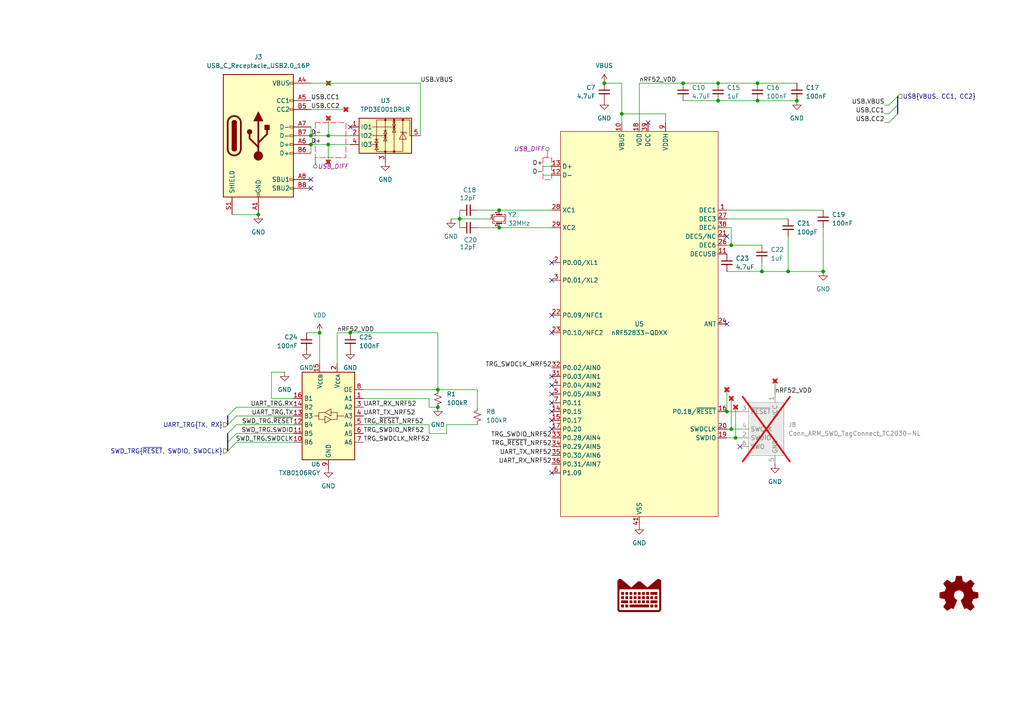
<source format=kicad_sch>
(kicad_sch (version 20250114) (generator "eeschema") (generator_version "9.0")
  (paper "A4")
  (title_block (title "RoyalBlue54L") (date "2025-01-25") (rev "0.0.1") (company "Lord's Boards"))
  (lib_symbols
    (symbol "Connector:Conn_ARM_SWD_TagConnect_TC2030-NL" (in_bom no)
      (property "Reference" "J" (at 2.54 11.43 0))
      (property "Value" "Conn_ARM_SWD_TagConnect_TC2030-NL" (at 2.54 8.89 0))
      (symbol "Conn_ARM_SWD_TagConnect_TC2030-NL_0_0"
        (pin power_in line (at -2.54 10.16 270) (length 2.54) (name "VCC") (number "1"))
        (pin power_in line (at -2.54 -10.16 90) (length 2.54) (name "GND") (number "5"))
        (pin open_collector line (at 7.62 5.08 180) (length 2.54) (name "~{RESET}") (number "3"))
        (pin output line (at 7.62 0 180) (length 2.54) (name "SWCLK") (number "4"))
        (pin bidirectional line (at 7.62 -2.54 180) (length 2.54) (name "SWDIO") (number "2"))
        (pin input line (at 7.62 -5.08 180) (length 2.54) (name "SWO") (number "6"))
      )
    )
    (symbol "Connector:TestPoint_Small" (pin_numbers (hide yes)) (pin_names (offset 0.762) (hide yes))
      (property "Reference" "TP" (at 0 3.81 0))
      (property "Value" "TestPoint_Small" (at 0 2.032 0))
      (symbol "TestPoint_Small_1_1"
        (pin passive line (at 0 0 90) (length 0) (name "1") (number "1"))
      )
    )
    (symbol "Connector:USB_C_Receptacle_USB2.0_16P" (pin_names (offset 1.016))
      (property "Reference" "J" (at 0 22.225 0))
      (property "Value" "USB_C_Receptacle_USB2.0_16P" (at 0 19.685 0))
      (symbol "USB_C_Receptacle_USB2.0_16P_1_1"
        (pin passive line (at -7.62 -22.86 90) (length 5.08) (name "SHIELD") (number "S1"))
        (pin passive line (at 0 -22.86 90) (length 5.08) (name "GND") (number "A1"))
        (pin passive line (at 0 -22.86 90) (length 5.08) (hide yes) (name "GND") (number "A12"))
        (pin passive line (at 0 -22.86 90) (length 5.08) (hide yes) (name "GND") (number "B1"))
        (pin passive line (at 0 -22.86 90) (length 5.08) (hide yes) (name "GND") (number "B12"))
        (pin passive line (at 15.24 15.24 180) (length 5.08) (name "VBUS") (number "A4"))
        (pin passive line (at 15.24 15.24 180) (length 5.08) (hide yes) (name "VBUS") (number "A9"))
        (pin passive line (at 15.24 15.24 180) (length 5.08) (hide yes) (name "VBUS") (number "B4"))
        (pin passive line (at 15.24 15.24 180) (length 5.08) (hide yes) (name "VBUS") (number "B9"))
        (pin bidirectional line (at 15.24 10.16 180) (length 5.08) (name "CC1") (number "A5"))
        (pin bidirectional line (at 15.24 7.62 180) (length 5.08) (name "CC2") (number "B5"))
        (pin bidirectional line (at 15.24 2.54 180) (length 5.08) (name "D-") (number "A7"))
        (pin bidirectional line (at 15.24 0 180) (length 5.08) (name "D-") (number "B7"))
        (pin bidirectional line (at 15.24 -2.54 180) (length 5.08) (name "D+") (number "A6"))
        (pin bidirectional line (at 15.24 -5.08 180) (length 5.08) (name "D+") (number "B6"))
        (pin bidirectional line (at 15.24 -12.7 180) (length 5.08) (name "SBU1") (number "A8"))
        (pin bidirectional line (at 15.24 -15.24 180) (length 5.08) (name "SBU2") (number "B8"))
      )
    )
    (symbol "Device:C_Small" (pin_numbers (hide yes)) (pin_names (offset 0.254) (hide yes))
      (property "Reference" "C" (at 0.254 1.778 0))
      (property "Value" "C_Small" (at 0.254 -2.032 0))
      (symbol "C_Small_1_1"
        (pin passive line (at 0 2.54 270) (length 2.032) (name "~") (number "1"))
        (pin passive line (at 0 -2.54 90) (length 2.032) (name "~") (number "2"))
      )
    )
    (symbol "Device:R_Small_US" (pin_numbers (hide yes)) (pin_names (offset 0.254) (hide yes))
      (property "Reference" "R" (at 0.762 0.508 0))
      (property "Value" "R_Small_US" (at 0.762 -1.016 0))
      (symbol "R_Small_US_1_1"
        (pin passive line (at 0 2.54 270) (length 1.016) (name "~") (number "1"))
        (pin passive line (at 0 -2.54 90) (length 1.016) (name "~") (number "2"))
      )
    )
    (symbol "Graphic:Logo_Open_Hardware_Small" (in_bom no) (on_board no))
    (symbol "Logic_LevelTranslator:TXB0106RGY"
      (property "Reference" "U" (at -6.35 13.97 0))
      (property "Value" "TXB0106RGY" (at 3.81 13.97 0))
      (symbol "TXB0106RGY_1_1"
        (pin input line (at -10.16 7.62 0) (length 2.54) (name "OE") (number "8"))
        (pin bidirectional line (at -10.16 5.08 0) (length 2.54) (name "A1") (number "1"))
        (pin bidirectional line (at -10.16 2.54 0) (length 2.54) (name "A2") (number "3"))
        (pin bidirectional line (at -10.16 0 0) (length 2.54) (name "A3") (number "4"))
        (pin bidirectional line (at -10.16 -2.54 0) (length 2.54) (name "A4") (number "5"))
        (pin bidirectional line (at -10.16 -5.08 0) (length 2.54) (name "A5") (number "6"))
        (pin bidirectional line (at -10.16 -7.62 0) (length 2.54) (name "A6") (number "7"))
        (pin power_in line (at -2.54 15.24 270) (length 2.54) (name "V_{CCA}") (number "2"))
        (pin passive line (at 0 -15.24 90) (length 2.54) (hide yes) (name "GND") (number "17"))
        (pin power_in line (at 0 -15.24 90) (length 2.54) (name "GND") (number "9"))
        (pin power_in line (at 2.54 15.24 270) (length 2.54) (name "V_{CCB}") (number "15"))
        (pin bidirectional line (at 10.16 5.08 180) (length 2.54) (name "B1") (number "16"))
        (pin bidirectional line (at 10.16 2.54 180) (length 2.54) (name "B2") (number "14"))
        (pin bidirectional line (at 10.16 0 180) (length 2.54) (name "B3") (number "13"))
        (pin bidirectional line (at 10.16 -2.54 180) (length 2.54) (name "B4") (number "12"))
        (pin bidirectional line (at 10.16 -5.08 180) (length 2.54) (name "B5") (number "11"))
        (pin bidirectional line (at 10.16 -7.62 180) (length 2.54) (name "B6") (number "10"))
      )
    )
    (symbol "LordsBoards-Graphic:LordsBoardsLogo" (in_bom no) (on_board no))
    (symbol "Power_Protection:TPD3E001DRLR"
      (property "Reference" "U" (at -5.08 6.35 0))
      (property "Value" "TPD3E001DRLR" (at 8.89 -7.62 0))
      (symbol "TPD3E001DRLR_1_1"
        (pin passive line (at -10.16 0 0) (length 2.54) (name "~") (number "5"))
        (pin passive line (at 0 -7.62 90) (length 2.54) (name "~") (number "3"))
        (pin passive line (at 10.16 2.54 180) (length 2.54) (name "IO1") (number "1"))
        (pin passive line (at 10.16 0 180) (length 2.54) (name "IO2") (number "2"))
        (pin passive line (at 10.16 -2.54 180) (length 2.54) (name "IO3") (number "4"))
      )
    )
    (symbol "hlord2000-Device:Crystal_GND24_Small_EZRoute" (pin_names (offset 1.016) (hide yes))
      (property "Reference" "Y" (at 1.27 4.445 0))
      (property "Value" "Crystal_GND24_Small_EZRoute" (at 1.27 2.54 0))
      (symbol "Crystal_GND24_Small_EZRoute_1_1"
        (pin passive line (at -2.54 0 0) (length 1.27) (name "1") (number "1"))
        (pin passive line (at 0 -2.54 90) (length 0.635) (name "2") (number "2"))
        (pin passive line (at 0 -2.54 90) (length 0.635) (hide yes) (name "4") (number "4"))
        (pin passive line (at 2.54 0 180) (length 1.27) (name "3") (number "3"))
      )
    )
    (symbol "nordic-lib-kicad-nrf52:nRF52833-QDXX"
      (property "Reference" "U" (at 0 0 0))
      (property "Value" "nRF52833-QDXX" (at 0 -2.54 0))
      (symbol "nRF52833-QDXX_0_0"
        (pin unspecified line (at -25.4 45.72 0) (length 2.54) (name "D+") (number "13"))
        (pin unspecified line (at -25.4 43.18 0) (length 2.54) (name "D-") (number "12"))
        (pin unspecified line (at -25.4 33.02 0) (length 2.54) (name "XC1") (number "28"))
        (pin unspecified line (at -25.4 27.94 0) (length 2.54) (name "XC2") (number "29"))
        (pin unspecified line (at -25.4 17.78 0) (length 2.54) (name "P0.00/XL1") (number "2"))
        (pin unspecified line (at -25.4 12.7 0) (length 2.54) (name "P0.01/XL2") (number "3"))
        (pin unspecified line (at -25.4 2.54 0) (length 2.54) (name "P0.09/NFC1") (number "22"))
        (pin unspecified line (at -25.4 -2.54 0) (length 2.54) (name "P0.10/NFC2") (number "23"))
        (pin unspecified line (at -25.4 -12.7 0) (length 2.54) (name "P0.02/AIN0") (number "32"))
        (pin unspecified line (at -25.4 -15.24 0) (length 2.54) (name "P0.03/AIN1") (number "31"))
        (pin unspecified line (at -25.4 -17.78 0) (length 2.54) (name "P0.04/AIN2") (number "4"))
        (pin unspecified line (at -25.4 -20.32 0) (length 2.54) (name "P0.05/AIN3") (number "5"))
        (pin unspecified line (at -25.4 -22.86 0) (length 2.54) (name "P0.11") (number "7"))
        (pin unspecified line (at -25.4 -25.4 0) (length 2.54) (name "P0.15") (number "14"))
        (pin unspecified line (at -25.4 -27.94 0) (length 2.54) (name "P0.17") (number "15"))
        (pin unspecified line (at -25.4 -30.48 0) (length 2.54) (name "P0.20") (number "17"))
        (pin unspecified line (at -25.4 -33.02 0) (length 2.54) (name "P0.28/AIN4") (number "33"))
        (pin unspecified line (at -25.4 -35.56 0) (length 2.54) (name "P0.29/AIN5") (number "34"))
        (pin unspecified line (at -25.4 -38.1 0) (length 2.54) (name "P0.30/AIN6") (number "35"))
        (pin unspecified line (at -25.4 -40.64 0) (length 2.54) (name "P0.31/AIN7") (number "36"))
        (pin unspecified line (at -25.4 -43.18 0) (length 2.54) (name "P1.09") (number "6"))
        (pin unspecified line (at -5.08 58.42 270) (length 2.54) (name "VBUS") (number "10"))
        (pin unspecified line (at 0 58.42 270) (length 2.54) (name "VDD") (number "18"))
        (pin unspecified line (at 2.54 58.42 270) (length 2.54) (name "DCC") (number "39"))
        (pin unspecified line (at 7.62 58.42 270) (length 2.54) (name "VDDH") (number "9"))
        (pin unspecified line (at 25.4 20.32 180) (length 2.54) (name "DECUSB") (number "11"))
        (pin unspecified line (at 25.4 0 180) (length 2.54) (name "ANT") (number "24"))
        (pin unspecified line (at 25.4 -30.48 180) (length 2.54) (name "SWDCLK") (number "20"))
        (pin unspecified line (at 25.4 -33.02 180) (length 2.54) (name "SWDIO") (number "19"))
      )
      (symbol "nRF52833-QDXX_1_0"
        (pin unspecified line (at 0 58.42 270) (length 2.54) (hide yes) (name "VDD") (number "30"))
        (pin unspecified line (at 0 58.42 270) (length 2.54) (hide yes) (name "VDD") (number "40"))
        (pin unspecified line (at 0 58.42 270) (length 2.54) (hide yes) (name "VDD") (number "8"))
        (pin unspecified line (at 0 -58.42 90) (length 2.54) (hide yes) (name "VSS_PA") (number "25"))
        (pin unspecified line (at 0 -58.42 90) (length 2.54) (hide yes) (name "VSS") (number "37"))
        (pin passive line (at 0 -58.42 90) (length 2.54) (name "VSS") (number "41"))
        (pin unspecified line (at 25.4 33.02 180) (length 2.54) (name "DEC1") (number "1"))
        (pin unspecified line (at 25.4 30.48 180) (length 2.54) (name "DEC3") (number "27"))
        (pin unspecified line (at 25.4 27.94 180) (length 2.54) (name "DEC4") (number "38"))
        (pin unspecified line (at 25.4 25.4 180) (length 2.54) (name "DEC5/NC") (number "21"))
        (pin unspecified line (at 25.4 22.86 180) (length 2.54) (name "DEC6") (number "26"))
        (pin unspecified line (at 25.4 -25.4 180) (length 2.54) (name "P0.18/~{RESET}") (number "16"))
      )
    )
    (symbol "power:GND" (power) (pin_numbers (hide yes)) (pin_names (offset 0) (hide yes))
      (property "Value" "GND" (at 0 -3.81 0))
      (symbol "GND_1_1"
        (pin power_in line (at 0 0 270) (length 0) (name "~") (number "1"))
      )
    )
    (symbol "power:VBUS" (power) (pin_numbers (hide yes)) (pin_names (offset 0) (hide yes))
      (property "Value" "VBUS" (at 0 3.556 0))
      (symbol "VBUS_1_1"
        (pin power_in line (at 0 0 90) (length 0) (name "~") (number "1"))
      )
    )
    (symbol "power:VDD" (power) (pin_numbers (hide yes)) (pin_names (offset 0) (hide yes))
      (property "Value" "VDD" (at 0 3.556 0))
      (symbol "VDD_1_1"
        (pin power_in line (at 0 0 90) (length 0) (name "~") (number "1"))
      )
    )
  )
  (junction (at 208.28 24.13))
  (junction (at 212.09 124.46))
  (junction (at 228.6 78.74))
  (junction (at 144.78 60.96))
  (junction (at 231.14 29.21))
  (junction (at 95.25 39.37))
  (junction (at 127 113.03))
  (junction (at 219.71 29.21))
  (junction (at 127 118.11))
  (junction (at 220.98 78.74))
  (junction (at 133.35 63.5))
  (junction (at 92.71 96.52))
  (junction (at 219.71 24.13))
  (junction (at 95.201 41.91))
  (junction (at 175.26 24.13))
  (junction (at 198.12 24.13))
  (junction (at 144.78 66.04))
  (junction (at 180.34 33.02))
  (junction (at 212.09 71.12))
  (junction (at 238.76 78.74))
  (junction (at 213.36 127))
  (junction (at 101.6 96.52))
  (junction (at 74.93 62.23))
  (junction (at 95.25 24.13))
  (junction (at 210.82 119.38))
  (junction (at 208.28 29.21))
  (junction (at 90.17 41.91))
  (junction (at 90.17 39.37))
  (no_connect (at 187.96 35.56))
  (no_connect (at 160.02 121.92))
  (no_connect (at 160.02 114.3))
  (no_connect (at 160.02 91.44))
  (no_connect (at 160.02 81.28))
  (no_connect (at 90.17 54.61))
  (no_connect (at 160.02 119.38))
  (no_connect (at 160.02 137.16))
  (no_connect (at 160.02 76.2))
  (no_connect (at 160.02 111.76))
  (no_connect (at 160.02 109.22))
  (no_connect (at 90.17 52.07))
  (no_connect (at 101.6 36.83))
  (no_connect (at 160.02 116.84))
  (no_connect (at 160.02 124.46))
  (no_connect (at 210.82 93.98))
  (no_connect (at 210.82 68.58))
  (no_connect (at 160.02 96.52))
  (no_connect (at 214.63 129.54))
  (bus_entry (at 66.04 120.65) (size 2.54 -2.54))
  (bus_entry (at 257.81 30.48) (size 2.54 -2.54))
  (bus_entry (at 66.04 125.73) (size 2.54 -2.54))
  (bus_entry (at 66.04 123.19) (size 2.54 -2.54))
  (bus_entry (at 66.04 128.27) (size 2.54 -2.54))
  (bus_entry (at 66.04 130.81) (size 2.54 -2.54))
  (bus_entry (at 257.81 33.02) (size 2.54 -2.54))
  (bus_entry (at 257.81 35.56) (size 2.54 -2.54))
  (wire (pts (xy 68.58 118.11) (xy 85.09 118.11)))
  (wire (pts (xy 208.28 24.13) (xy 219.71 24.13)))
  (wire (pts (xy 213.36 118.11) (xy 213.36 127)))
  (wire (pts (xy 68.58 123.19) (xy 85.09 123.19)))
  (wire (pts (xy 198.12 24.13) (xy 208.28 24.13)))
  (wire (pts (xy 257.81 33.02) (xy 256.54 33.02)))
  (wire (pts (xy 95.201 46.99) (xy 95.201 41.91)))
  (wire (pts (xy 95.201 41.91) (xy 101.6 41.91)))
  (wire (pts (xy 97.79 96.52) (xy 97.79 105.41)))
  (wire (pts (xy 210.82 63.5) (xy 228.6 63.5)))
  (bus (pts (xy 66.04 125.73) (xy 66.04 128.27)))
  (wire (pts (xy 138.43 66.04) (xy 144.78 66.04)))
  (wire (pts (xy 138.43 118.11) (xy 138.43 113.03)))
  (bus (pts (xy 66.04 120.65) (xy 66.04 123.19)))
  (wire (pts (xy 219.71 24.13) (xy 231.14 24.13)))
  (wire (pts (xy 138.43 60.96) (xy 144.78 60.96)))
  (wire (pts (xy 129.54 125.73) (xy 124.46 125.73)))
  (wire (pts (xy 124.46 115.57) (xy 124.46 118.11)))
  (wire (pts (xy 68.58 125.73) (xy 85.09 125.73)))
  (wire (pts (xy 133.35 60.96) (xy 133.35 63.5)))
  (wire (pts (xy 92.71 96.52) (xy 92.71 105.41)))
  (wire (pts (xy 214.63 127) (xy 213.36 127)))
  (bus (pts (xy 66.04 128.27) (xy 66.04 130.81)))
  (wire (pts (xy 157.48 50.8) (xy 160.02 50.8)))
  (bus (pts (xy 260.35 27.94) (xy 260.35 30.48)))
  (wire (pts (xy 212.09 71.12) (xy 220.98 71.12)))
  (wire (pts (xy 133.35 63.5) (xy 133.35 66.04)))
  (bus (pts (xy 260.35 30.48) (xy 260.35 33.02)))
  (wire (pts (xy 127 96.52) (xy 127 113.03)))
  (wire (pts (xy 185.42 24.13) (xy 185.42 35.56)))
  (wire (pts (xy 78.74 107.95) (xy 78.74 115.57)))
  (wire (pts (xy 121.92 24.13) (xy 95.25 24.13)))
  (wire (pts (xy 90.17 41.91) (xy 90.17 44.45)))
  (wire (pts (xy 90.17 31.75) (xy 100.33 31.75)))
  (wire (pts (xy 90.17 41.91) (xy 95.201 41.91)))
  (wire (pts (xy 90.17 39.37) (xy 95.25 39.37)))
  (wire (pts (xy 257.81 35.56) (xy 256.54 35.56)))
  (wire (pts (xy 124.46 118.11) (xy 127 118.11)))
  (wire (pts (xy 138.43 123.19) (xy 129.54 123.19)))
  (wire (pts (xy 157.48 48.26) (xy 160.02 48.26)))
  (wire (pts (xy 210.82 78.74) (xy 220.98 78.74)))
  (wire (pts (xy 101.6 96.52) (xy 127 96.52)))
  (wire (pts (xy 68.58 128.27) (xy 85.09 128.27)))
  (wire (pts (xy 208.28 29.21) (xy 219.71 29.21)))
  (wire (pts (xy 220.98 78.74) (xy 228.6 78.74)))
  (wire (pts (xy 95.25 24.13) (xy 90.17 24.13)))
  (wire (pts (xy 129.54 123.19) (xy 129.54 125.73)))
  (wire (pts (xy 105.41 113.03) (xy 127 113.03)))
  (wire (pts (xy 224.79 110.49) (xy 224.79 114.3)))
  (wire (pts (xy 238.76 66.04) (xy 238.76 78.74)))
  (wire (pts (xy 180.34 24.13) (xy 180.34 33.02)))
  (wire (pts (xy 92.71 96.52) (xy 88.9 96.52)))
  (wire (pts (xy 257.81 30.48) (xy 256.54 30.48)))
  (wire (pts (xy 124.46 125.73) (xy 124.46 123.19)))
  (wire (pts (xy 210.82 66.04) (xy 212.09 66.04)))
  (wire (pts (xy 212.09 66.04) (xy 212.09 71.12)))
  (wire (pts (xy 180.34 33.02) (xy 193.04 33.02)))
  (wire (pts (xy 210.82 113.03) (xy 210.82 119.38)))
  (wire (pts (xy 193.04 33.02) (xy 193.04 35.56)))
  (wire (pts (xy 68.58 120.65) (xy 85.09 120.65)))
  (wire (pts (xy 121.92 24.13) (xy 121.92 39.37)))
  (wire (pts (xy 105.41 115.57) (xy 124.46 115.57)))
  (wire (pts (xy 144.78 60.96) (xy 160.02 60.96)))
  (wire (pts (xy 219.71 29.21) (xy 231.14 29.21)))
  (wire (pts (xy 101.6 96.52) (xy 97.79 96.52)))
  (wire (pts (xy 175.26 24.13) (xy 180.34 24.13)))
  (wire (pts (xy 214.63 124.46) (xy 212.09 124.46)))
  (wire (pts (xy 212.09 124.46) (xy 210.82 124.46)))
  (wire (pts (xy 78.74 115.57) (xy 85.09 115.57)))
  (wire (pts (xy 95.25 39.37) (xy 101.6 39.37)))
  (wire (pts (xy 67.31 62.23) (xy 74.93 62.23)))
  (wire (pts (xy 210.82 60.96) (xy 238.76 60.96)))
  (wire (pts (xy 90.17 36.83) (xy 90.17 39.37)))
  (wire (pts (xy 185.42 24.13) (xy 198.12 24.13)))
  (wire (pts (xy 228.6 78.74) (xy 238.76 78.74)))
  (wire (pts (xy 213.36 127) (xy 210.82 127)))
  (wire (pts (xy 124.46 123.19) (xy 105.41 123.19)))
  (wire (pts (xy 210.82 71.12) (xy 212.09 71.12)))
  (wire (pts (xy 133.35 63.5) (xy 142.24 63.5)))
  (wire (pts (xy 180.34 33.02) (xy 180.34 35.56)))
  (wire (pts (xy 95.25 34.29) (xy 95.25 39.37)))
  (wire (pts (xy 138.43 113.03) (xy 127 113.03)))
  (wire (pts (xy 228.6 68.58) (xy 228.6 78.74)))
  (wire (pts (xy 212.09 115.57) (xy 212.09 124.46)))
  (wire (pts (xy 144.78 66.04) (xy 160.02 66.04)))
  (wire (pts (xy 82.55 107.95) (xy 78.74 107.95)))
  (wire (pts (xy 130.81 63.5) (xy 133.35 63.5)))
  (wire (pts (xy 214.63 119.38) (xy 210.82 119.38)))
  (wire (pts (xy 198.12 29.21) (xy 208.28 29.21)))
  (wire (pts (xy 220.98 76.2) (xy 220.98 78.74)))
  (label "SWD_TRG.SWDCLK" (at 85.09 128.27 180))
  (label "UART_TX_NRF52" (at 160.02 132.08 180))
  (label "D-" (at 157.48 50.8 180))
  (label "D+" (at 157.48 48.26 180))
  (label "USB.VBUS" (at 121.92 24.13 0))
  (label "nRF52_VDD" (at 97.79 96.52 0))
  (label "UART_TX_NRF52" (at 105.41 120.65 0))
  (label "USB.CC1" (at 90.17 29.21 0))
  (label "USB.CC2" (at 90.17 31.75 0))
  (label "D-" (at 90.17 39.37 0))
  (label "nRF52_VDD" (at 224.79 114.3 0))
  (label "SWD_TRG.~{RESET}" (at 85.09 123.19 180))
  (label "UART_RX_NRF52" (at 105.41 118.11 0))
  (label "TRG_SWDCLK_NRF52" (at 105.41 128.27 0))
  (label "USB.CC2" (at 256.54 35.56 180))
  (label "TRG_SWDCLK_NRF52" (at 160.02 106.68 180))
  (label "TRG_~{RESET}_NRF52" (at 160.02 129.54 180))
  (label "TRG_SWDIO_NRF52" (at 160.02 127 180))
  (label "UART_TRG.TX" (at 85.09 120.65 180))
  (label "nRF52_VDD" (at 185.42 24.13 0))
  (label "UART_TRG.RX" (at 85.09 118.11 180))
  (label "USB.CC1" (at 256.54 33.02 180))
  (label "SWD_TRG.SWDIO" (at 85.09 125.73 180))
  (label "USB.VBUS" (at 256.54 30.48 180))
  (label "UART_RX_NRF52" (at 160.02 134.62 180))
  (label "TRG_SWDIO_NRF52" (at 105.41 125.73 0))
  (label "TRG_~{RESET}_NRF52" (at 105.41 123.19 0))
  (label "D+" (at 90.17 41.91 0))
  (hierarchical_label "UART_TRG{TX, RX}" (shape input) (at 66.04 123.19 180))
  (hierarchical_label "USB{VBUS, CC1, CC2}" (shape input) (at 260.35 27.94 0))
  (hierarchical_label "SWD_TRG{~{RESET}, SWDIO, SWDCLK}" (shape input) (at 66.04 130.81 180))
  (rule_area (polyline (pts (xy 157.48 45.72) (xy 157.48 52.07) (xy 160.02 52.07) (xy 160.02 45.72)) (stroke (width 0) (type dash))))
  (rule_area (polyline (pts (xy 91.44 35.56) (xy 91.44 45.72) (xy 97.79 45.72) (xy 100.33 45.72) (xy 100.33 43.18) (xy 100.33 35.56)) (stroke (width 0) (type dash))))
  (netclass_flag "" (length 2.54) (shape round) (at 91.44 45.72 180) (property "Netclass" "USB_DIFF" (at 92.1385 48.26 0) (effects (font (italic yes)) (justify left))))
  (netclass_flag "" (length 2.54) (shape round) (at 158.75 45.72 0) (property "Netclass" "USB_DIFF" (at 158.0515 43.18 0) (effects (font (italic yes)) (justify right))))
  (symbol (lib_id "Device:C_Small") (at 88.9 99.06 0) (mirror y) (unit 1)
    (property "Reference" "C24" (at 86.36 97.7962 0) (effects (justify left)))
    (property "Value" "100nF" (at 86.36 100.3362 0) (effects (justify left)))
    (property "Footprint" "Capacitor_SMD:C_0402_1005Metric" (effects (hide yes)))
    (property "Description" "Unpolarized capacitor, small symbol" (effects (hide yes)))
    (property "LCSC" "C307331" (effects (hide yes)))
  )
  (symbol (lib_id "power:GND") (at 74.93 62.23 0) (unit 1)
    (property "Reference" "#PWR027" (effects (hide yes)))
    (property "Value" "GND" (at 74.93 67.31 0))
    (property "Description" "Power symbol creates a global label with name \"GND\" , ground" (effects (hide yes)))
  )
  (symbol (lib_id "Logic_LevelTranslator:TXB0106RGY") (at 95.25 120.65 0) (mirror y) (unit 1)
    (property "Reference" "U6" (at 92.964 134.62 0) (effects (justify left)))
    (property "Value" "TXB0106RGY" (at 92.964 137.16 0) (effects (justify left)))
    (property "Footprint" "Package_DFN_QFN:Texas_RGY_R-PVQFN-N16_EP2.05x2.55mm" (effects (hide yes)))
    (property "Datasheet" "http://www.ti.com/lit/ds/symlink/txb0106.pdf" (effects (hide yes)))
    (property "Description" "6-Bit Bidirectional Voltage-Level Translator, Auto Direction Sensing and ±15-kV ESD Protection, 1.2 - 3.6V APort, 1.65 - 5.5V BPort, VQFN-16" (effects (hide yes)))
    (property "LCSC" "C2652978" (effects (hide yes)))
  )
  (symbol (lib_id "Device:C_Small") (at 238.76 63.5 0) (unit 1)
    (property "Reference" "C19" (at 241.3 62.2362 0) (effects (justify left)))
    (property "Value" "100nF" (at 241.3 64.7762 0) (effects (justify left)))
    (property "Footprint" "Capacitor_SMD:C_0402_1005Metric" (effects (hide yes)))
    (property "Description" "Unpolarized capacitor, small symbol" (effects (hide yes)))
    (property "LCSC" "C307331" (effects (hide yes)))
  )
  (symbol (lib_id "Graphic:Logo_Open_Hardware_Small") (at 278.13 172.72 0) (unit 1) (in_bom no) (on_board no)
    (property "Reference" "#SYM6" (effects (hide yes)))
    (property "Value" "Logo_Open_Hardware_Small" (effects (hide yes)))
  )
  (symbol (lib_id "Device:C_Small") (at 208.28 26.67 0) (unit 1)
    (property "Reference" "C15" (at 210.82 25.4062 0) (effects (justify left)))
    (property "Value" "1uF" (at 210.82 27.9462 0) (effects (justify left)))
    (property "Footprint" "Capacitor_SMD:C_0402_1005Metric" (effects (hide yes)))
    (property "Description" "Unpolarized capacitor, small symbol" (effects (hide yes)))
    (property "LCSC" "C52923" (effects (hide yes)))
  )
  (symbol (lib_id "power:GND") (at 111.76 46.99 0) (unit 1)
    (property "Reference" "#PWR025" (effects (hide yes)))
    (property "Value" "GND" (at 111.76 52.07 0))
    (property "Description" "Power symbol creates a global label with name \"GND\" , ground" (effects (hide yes)))
  )
  (symbol (lib_id "Connector:TestPoint_Small") (at 224.79 110.49 180) (unit 1) (dnp yes)
    (property "Reference" "TP9" (effects (hide yes)))
    (property "Value" "TestPoint" (effects (hide yes)))
    (property "Footprint" "TestPoint:TestPoint_Pad_D1.5mm" (effects (hide yes)))
    (property "Description" "test point" (effects (hide yes)))
  )
  (symbol (lib_id "Connector:TestPoint_Small") (at 100.33 31.75 180) (unit 1) (dnp yes)
    (property "Reference" "TP6" (effects (hide yes)))
    (property "Value" "TestPoint" (effects (hide yes)))
    (property "Footprint" "TestPoint:TestPoint_Pad_D1.5mm" (effects (hide yes)))
    (property "Description" "test point" (effects (hide yes)))
  )
  (symbol (lib_id "power:GND") (at 95.25 135.89 0) (mirror y) (unit 1)
    (property "Reference" "#PWR03" (effects (hide yes)))
    (property "Value" "GND" (at 95.25 140.97 0))
    (property "Description" "Power symbol creates a global label with name \"GND\" , ground" (effects (hide yes)))
  )
  (symbol (lib_id "nordic-lib-kicad-nrf52:nRF52833-QDXX") (at 185.42 93.98 0) (unit 1)
    (property "Reference" "U5" (at 185.42 93.98 0))
    (property "Value" "nRF52833-QDXX" (at 185.42 96.52 0))
    (property "Footprint" "Package_DFN_QFN:QFN-40-1EP_5x5mm_P0.4mm_EP3.6x3.6mm_ThermalVias" (effects (hide yes)))
    (property "LCSC" "C2895249" (effects (hide yes)))
  )
  (symbol (lib_id "Connector:TestPoint_Small") (at 95.25 24.13 180) (unit 1) (dnp yes)
    (property "Reference" "TP5" (effects (hide yes)))
    (property "Value" "TestPoint" (effects (hide yes)))
    (property "Footprint" "TestPoint:TestPoint_Pad_D1.5mm" (effects (hide yes)))
    (property "Description" "test point" (effects (hide yes)))
  )
  (symbol (lib_id "power:GND") (at 175.26 29.21 0) (unit 1)
    (property "Reference" "#PWR023" (effects (hide yes)))
    (property "Value" "GND" (at 175.26 34.29 0))
    (property "Description" "Power symbol creates a global label with name \"GND\" , ground" (effects (hide yes)))
  )
  (symbol (lib_id "Device:R_Small_US") (at 127 115.57 0) (mirror y) (unit 1)
    (property "Reference" "R1" (at 129.54 114.2999 0) (effects (justify right)))
    (property "Value" "100kR" (at 129.54 116.8399 0) (effects (justify right)))
    (property "Footprint" "Resistor_SMD:R_0402_1005Metric" (effects (hide yes)))
    (property "Description" "Resistor, small US symbol" (effects (hide yes)))
    (property "LCSC" "C25741" (effects (hide yes)))
  )
  (symbol (lib_id "Connector:TestPoint_Small") (at 95.201 46.99 0) (unit 1) (dnp yes)
    (property "Reference" "TP7" (effects (hide yes)))
    (property "Value" "TestPoint" (effects (hide yes)))
    (property "Footprint" "TestPoint:TestPoint_Pad_D1.5mm" (effects (hide yes)))
    (property "Description" "test point" (effects (hide yes)))
  )
  (symbol (lib_id "Device:C_Small") (at 135.89 66.04 90) (mirror x) (unit 1)
    (property "Reference" "C20" (at 138.43 69.596 90) (effects (justify left)))
    (property "Value" "12pF" (at 138.176 71.628 90) (effects (justify left)))
    (property "Footprint" "Capacitor_SMD:C_0402_1005Metric" (effects (hide yes)))
    (property "Description" "Unpolarized capacitor, small symbol" (effects (hide yes)))
    (property "LCSC" "C1547" (effects (hide yes)))
  )
  (symbol (lib_id "Connector:Conn_ARM_SWD_TagConnect_TC2030-NL") (at 222.25 124.46 0) (mirror y) (unit 1) (in_bom no) (dnp yes)
    (property "Reference" "J8" (at 228.6 123.1899 0) (effects (justify right)))
    (property "Value" "Conn_ARM_SWD_TagConnect_TC2030-NL" (at 228.6 125.7299 0) (effects (justify right)))
    (property "Footprint" "Connector:Tag-Connect_TC2030-IDC-NL_2x03_P1.27mm_Vertical" (effects (hide yes)))
    (property "Datasheet" "https://www.tag-connect.com/wp-content/uploads/bsk-pdf-manager/TC2030-CTX_1.pdf" (effects (hide yes)))
    (property "Description" "Tag-Connect ARM Cortex SWD JTAG connector, 6 pin, no legs" (effects (hide yes)))
  )
  (symbol (lib_id "power:GND") (at 88.9 101.6 0) (mirror y) (unit 1)
    (property "Reference" "#PWR040" (effects (hide yes)))
    (property "Value" "GND" (at 88.9 106.68 0))
    (property "Description" "Power symbol creates a global label with name \"GND\" , ground" (effects (hide yes)))
  )
  (symbol (lib_id "Connector:TestPoint_Small") (at 210.82 113.03 180) (unit 1) (dnp yes)
    (property "Reference" "TP10" (effects (hide yes)))
    (property "Value" "TestPoint" (effects (hide yes)))
    (property "Footprint" "TestPoint:TestPoint_Pad_D1.5mm" (effects (hide yes)))
    (property "Description" "test point" (effects (hide yes)))
  )
  (symbol (lib_id "Device:C_Small") (at 198.12 26.67 0) (unit 1)
    (property "Reference" "C10" (at 200.66 25.4062 0) (effects (justify left)))
    (property "Value" "4.7uF" (at 200.66 27.9462 0) (effects (justify left)))
    (property "Footprint" "Capacitor_SMD:C_0402_1005Metric" (effects (hide yes)))
    (property "Description" "Unpolarized capacitor, small symbol" (effects (hide yes)))
    (property "LCSC" "C23733" (effects (hide yes)))
  )
  (symbol (lib_id "Connector:TestPoint_Small") (at 95.25 34.29 180) (unit 1) (dnp yes)
    (property "Reference" "TP8" (effects (hide yes)))
    (property "Value" "TestPoint" (effects (hide yes)))
    (property "Footprint" "TestPoint:TestPoint_Pad_D1.5mm" (effects (hide yes)))
    (property "Description" "test point" (effects (hide yes)))
  )
  (symbol (lib_id "power:GND") (at 82.55 107.95 0) (mirror y) (unit 1)
    (property "Reference" "#PWR049" (effects (hide yes)))
    (property "Value" "GND" (at 82.55 113.03 0))
    (property "Description" "Power symbol creates a global label with name \"GND\" , ground" (effects (hide yes)))
  )
  (symbol (lib_id "hlord2000-Device:Crystal_GND24_Small_EZRoute") (at 144.78 63.5 270) (unit 1)
    (property "Reference" "Y2" (at 147.32 62.2299 90) (effects (justify left)))
    (property "Value" "32MHz" (at 147.32 64.7699 90) (effects (justify left)))
    (property "Footprint" "Crystal:Crystal_SMD_2016-4Pin_2.0x1.6mm" (effects (hide yes)))
    (property "Description" "Four pin crystal, GND on pins 2 and 4, small symbol" (effects (hide yes)))
    (property "LCSC" "C2682773" (effects (hide yes)))
  )
  (symbol (lib_id "Device:C_Small") (at 231.14 26.67 0) (unit 1)
    (property "Reference" "C17" (at 233.68 25.4062 0) (effects (justify left)))
    (property "Value" "100nF" (at 233.68 27.9462 0) (effects (justify left)))
    (property "Footprint" "Capacitor_SMD:C_0402_1005Metric" (effects (hide yes)))
    (property "Description" "Unpolarized capacitor, small symbol" (effects (hide yes)))
    (property "LCSC" "C307331" (effects (hide yes)))
  )
  (symbol (lib_id "Power_Protection:TPD3E001DRLR") (at 111.76 39.37 0) (mirror y) (unit 1)
    (property "Reference" "U3" (at 111.76 29.21 0))
    (property "Value" "TPD3E001DRLR" (at 111.76 31.75 0))
    (property "Footprint" "Package_TO_SOT_SMD:SOT-553" (effects (hide yes)))
    (property "Datasheet" "http://www.ti.com/lit/ds/symlink/tpd3e001.pdf" (effects (hide yes)))
    (property "Description" "TPD3E001 Low-Capacitance 3-Channel ESD-Protection for High-Speed Data Interfaces" (effects (hide yes)))
    (property "LCSC" "C2999113" (effects (hide yes)))
  )
  (symbol (lib_id "Device:C_Small") (at 175.26 26.67 0) (mirror y) (unit 1)
    (property "Reference" "C7" (at 172.72 25.4062 0) (effects (justify left)))
    (property "Value" "4.7uF" (at 172.72 27.9462 0) (effects (justify left)))
    (property "Footprint" "Capacitor_SMD:C_0402_1005Metric" (effects (hide yes)))
    (property "Description" "Unpolarized capacitor, small symbol" (effects (hide yes)))
    (property "LCSC" "C23733" (effects (hide yes)))
  )
  (symbol (lib_id "Connector:USB_C_Receptacle_USB2.0_16P") (at 74.93 39.37 0) (unit 1)
    (property "Reference" "J3" (at 74.93 16.51 0))
    (property "Value" "USB_C_Receptacle_USB2.0_16P" (at 74.93 19.05 0))
    (property "Footprint" "marbastlib-various:USB_C_Receptacle_HRO_TYPE-C-31-M-12" (effects (hide yes)))
    (property "Datasheet" "https://www.usb.org/sites/default/files/documents/usb_type-c.zip" (effects (hide yes)))
    (property "Description" "USB 2.0-only 16P Type-C Receptacle connector" (effects (hide yes)))
    (property "LCSC" "C165948" (effects (hide yes)))
  )
  (symbol (lib_id "Connector:TestPoint_Small") (at 212.09 115.57 180) (unit 1) (dnp yes)
    (property "Reference" "TP11" (effects (hide yes)))
    (property "Value" "TestPoint" (effects (hide yes)))
    (property "Footprint" "TestPoint:TestPoint_Pad_D1.5mm" (effects (hide yes)))
    (property "Description" "test point" (effects (hide yes)))
  )
  (symbol (lib_id "power:GND") (at 185.42 152.4 0) (unit 1)
    (property "Reference" "#PWR047" (effects (hide yes)))
    (property "Value" "GND" (at 185.42 157.48 0))
    (property "Description" "Power symbol creates a global label with name \"GND\" , ground" (effects (hide yes)))
  )
  (symbol (lib_id "power:GND") (at 231.14 29.21 0) (unit 1)
    (property "Reference" "#PWR024" (effects (hide yes)))
    (property "Value" "GND" (at 231.14 34.29 0))
    (property "Description" "Power symbol creates a global label with name \"GND\" , ground" (effects (hide yes)))
  )
  (symbol (lib_id "power:GND") (at 127 118.11 0) (mirror y) (unit 1)
    (property "Reference" "#PWR012" (effects (hide yes)))
    (property "Value" "GND" (at 127 123.19 0))
    (property "Description" "Power symbol creates a global label with name \"GND\" , ground" (effects (hide yes)))
  )
  (symbol (lib_id "Connector:TestPoint_Small") (at 213.36 118.11 180) (unit 1) (dnp yes)
    (property "Reference" "TP12" (effects (hide yes)))
    (property "Value" "TestPoint" (effects (hide yes)))
    (property "Footprint" "TestPoint:TestPoint_Pad_D1.5mm" (effects (hide yes)))
    (property "Description" "test point" (effects (hide yes)))
  )
  (symbol (lib_id "power:VBUS") (at 175.26 24.13 0) (unit 1)
    (property "Reference" "#PWR029" (effects (hide yes)))
    (property "Value" "VBUS" (at 175.26 19.05 0))
    (property "Description" "Power symbol creates a global label with name \"VBUS\"" (effects (hide yes)))
  )
  (symbol (lib_id "power:GND") (at 101.6 101.6 0) (unit 1)
    (property "Reference" "#PWR044" (effects (hide yes)))
    (property "Value" "GND" (at 101.6 106.68 0))
    (property "Description" "Power symbol creates a global label with name \"GND\" , ground" (effects (hide yes)))
  )
  (symbol (lib_id "Device:C_Small") (at 135.89 60.96 90) (unit 1)
    (property "Reference" "C18" (at 138.176 55.118 90) (effects (justify left)))
    (property "Value" "12pF" (at 138.176 57.404 90) (effects (justify left)))
    (property "Footprint" "Capacitor_SMD:C_0402_1005Metric" (effects (hide yes)))
    (property "Description" "Unpolarized capacitor, small symbol" (effects (hide yes)))
    (property "LCSC" "C1547" (effects (hide yes)))
  )
  (symbol (lib_id "power:GND") (at 238.76 78.74 0) (unit 1)
    (property "Reference" "#PWR036" (effects (hide yes)))
    (property "Value" "GND" (at 238.76 83.82 0))
    (property "Description" "Power symbol creates a global label with name \"GND\" , ground" (effects (hide yes)))
  )
  (symbol (lib_id "Device:C_Small") (at 210.82 76.2 0) (unit 1)
    (property "Reference" "C23" (at 213.36 74.9362 0) (effects (justify left)))
    (property "Value" "4.7uF" (at 213.36 77.4762 0) (effects (justify left)))
    (property "Footprint" "Capacitor_SMD:C_0402_1005Metric" (effects (hide yes)))
    (property "Description" "Unpolarized capacitor, small symbol" (effects (hide yes)))
    (property "LCSC" "C23733" (effects (hide yes)))
  )
  (symbol (lib_id "Device:C_Small") (at 220.98 73.66 0) (unit 1)
    (property "Reference" "C22" (at 223.52 72.3962 0) (effects (justify left)))
    (property "Value" "1uF" (at 223.52 74.9362 0) (effects (justify left)))
    (property "Footprint" "Capacitor_SMD:C_0402_1005Metric" (effects (hide yes)))
    (property "Description" "Unpolarized capacitor, small symbol" (effects (hide yes)))
    (property "LCSC" "C52923" (effects (hide yes)))
  )
  (symbol (lib_id "Device:C_Small") (at 228.6 66.04 0) (unit 1)
    (property "Reference" "C21" (at 231.14 64.7762 0) (effects (justify left)))
    (property "Value" "100pF" (at 231.14 67.3162 0) (effects (justify left)))
    (property "Footprint" "Capacitor_SMD:C_0402_1005Metric" (effects (hide yes)))
    (property "Description" "Unpolarized capacitor, small symbol" (effects (hide yes)))
    (property "LCSC" "C1546" (effects (hide yes)))
  )
  (symbol (lib_id "power:VDD") (at 92.71 96.52 0) (mirror y) (unit 1)
    (property "Reference" "#PWR013" (effects (hide yes)))
    (property "Value" "VDD" (at 92.71 91.44 0))
    (property "Description" "Power symbol creates a global label with name \"VDD\"" (effects (hide yes)))
  )
  (symbol (lib_id "LordsBoards-Graphic:LordsBoardsLogo") (at 185.42 172.72 0) (unit 1) (in_bom no) (on_board no)
    (property "Reference" "#SYM5" (effects (hide yes)))
  )
  (symbol (lib_id "power:GND") (at 130.81 63.5 0) (unit 1)
    (property "Reference" "#PWR028" (effects (hide yes)))
    (property "Value" "GND" (at 130.81 68.58 0))
    (property "Description" "Power symbol creates a global label with name \"GND\" , ground" (effects (hide yes)))
  )
  (symbol (lib_id "Device:C_Small") (at 101.6 99.06 0) (unit 1)
    (property "Reference" "C25" (at 104.14 97.7962 0) (effects (justify left)))
    (property "Value" "100nF" (at 104.14 100.3362 0) (effects (justify left)))
    (property "Footprint" "Capacitor_SMD:C_0402_1005Metric" (effects (hide yes)))
    (property "Description" "Unpolarized capacitor, small symbol" (effects (hide yes)))
    (property "LCSC" "C307331" (effects (hide yes)))
  )
  (symbol (lib_id "power:GND") (at 224.79 134.62 0) (unit 1)
    (property "Reference" "#PWR042" (effects (hide yes)))
    (property "Value" "GND" (at 224.79 139.7 0))
    (property "Description" "Power symbol creates a global label with name \"GND\" , ground" (effects (hide yes)))
  )
  (symbol (lib_id "Device:C_Small") (at 219.71 26.67 0) (unit 1)
    (property "Reference" "C16" (at 222.25 25.4062 0) (effects (justify left)))
    (property "Value" "100nF" (at 222.25 27.9462 0) (effects (justify left)))
    (property "Footprint" "Capacitor_SMD:C_0402_1005Metric" (effects (hide yes)))
    (property "Description" "Unpolarized capacitor, small symbol" (effects (hide yes)))
    (property "LCSC" "C307331" (effects (hide yes)))
  )
  (symbol (lib_id "Device:R_Small_US") (at 138.43 120.65 0) (mirror y) (unit 1)
    (property "Reference" "R8" (at 140.97 119.3799 0) (effects (justify right)))
    (property "Value" "100kR" (at 140.97 121.9199 0) (effects (justify right)))
    (property "Footprint" "Resistor_SMD:R_0402_1005Metric" (effects (hide yes)))
    (property "Description" "Resistor, small US symbol" (effects (hide yes)))
    (property "LCSC" "C25741" (effects (hide yes)))
  )
)
</source>
